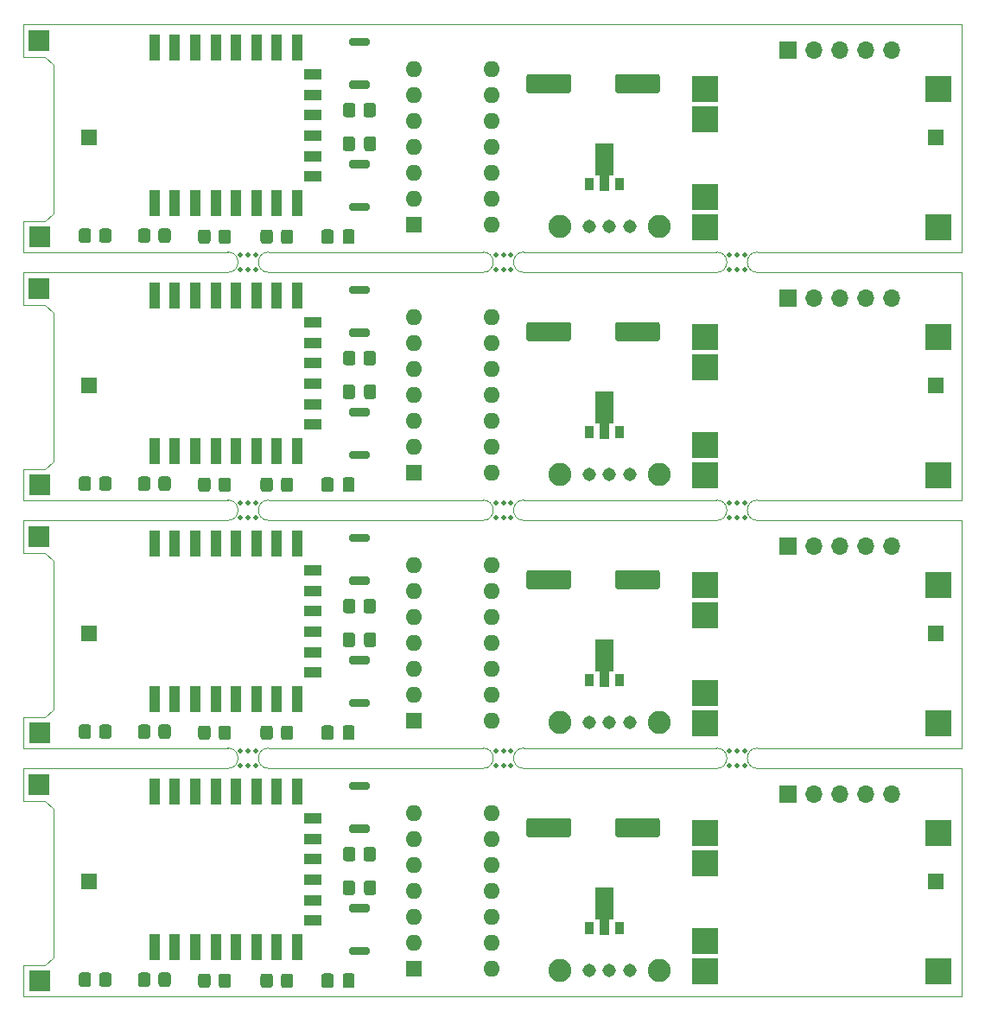
<source format=gbr>
%TF.GenerationSoftware,KiCad,Pcbnew,5.1.12-84ad8e8a86~92~ubuntu18.04.1*%
%TF.CreationDate,2021-11-12T09:30:33+01:00*%
%TF.ProjectId,window-sensor,77696e64-6f77-42d7-9365-6e736f722e6b,rev?*%
%TF.SameCoordinates,PX5dd7700PY8ec3da0*%
%TF.FileFunction,Soldermask,Top*%
%TF.FilePolarity,Negative*%
%FSLAX46Y46*%
G04 Gerber Fmt 4.6, Leading zero omitted, Abs format (unit mm)*
G04 Created by KiCad (PCBNEW 5.1.12-84ad8e8a86~92~ubuntu18.04.1) date 2021-11-12 09:30:33*
%MOMM*%
%LPD*%
G01*
G04 APERTURE LIST*
%TA.AperFunction,Profile*%
%ADD10C,0.050000*%
%TD*%
%ADD11C,2.250000*%
%ADD12C,1.308000*%
%ADD13C,0.500000*%
%ADD14O,1.600000X1.600000*%
%ADD15R,1.600000X1.600000*%
%ADD16R,1.700000X1.700000*%
%ADD17O,1.700000X1.700000*%
%ADD18R,1.500000X1.500000*%
%ADD19R,1.000000X2.500000*%
%ADD20R,1.800000X1.000000*%
%ADD21R,2.000000X2.000000*%
%ADD22R,0.900000X1.300000*%
%ADD23C,0.100000*%
%ADD24R,2.540000X2.540000*%
G04 APERTURE END LIST*
D10*
X74900000Y1800000D02*
X78900000Y1800000D01*
X52000000Y1800000D02*
X56000000Y1800000D01*
X27000000Y1800000D02*
X31000000Y1800000D01*
X74900000Y97000000D02*
X78900000Y97000000D01*
X52000000Y97000000D02*
X56000000Y97000000D01*
X27000000Y97000000D02*
X31000000Y97000000D01*
X9100000Y20900000D02*
X9900000Y20100000D01*
X9100000Y45200000D02*
X9900000Y44400000D01*
X9100000Y69500000D02*
X9900000Y68700000D01*
X27000000Y26100000D02*
G75*
G02*
X27000000Y24100000I0J-1000000D01*
G01*
X27000000Y50400000D02*
G75*
G02*
X27000000Y48400000I0J-1000000D01*
G01*
X52000000Y26100000D02*
G75*
G02*
X52000000Y24100000I0J-1000000D01*
G01*
X52000000Y50400000D02*
G75*
G02*
X52000000Y48400000I0J-1000000D01*
G01*
X78900000Y24100000D02*
G75*
G02*
X78900000Y26100000I0J1000000D01*
G01*
X78900000Y48400000D02*
G75*
G02*
X78900000Y50400000I0J1000000D01*
G01*
X56000000Y1800000D02*
X74900000Y1800000D01*
X56000000Y26100000D02*
X74900000Y26100000D01*
X56000000Y50400000D02*
X74900000Y50400000D01*
X7000000Y4800000D02*
X7000000Y1800000D01*
X7000000Y29100000D02*
X7000000Y26100000D01*
X7000000Y53400000D02*
X7000000Y50400000D01*
X74900000Y26100000D02*
G75*
G02*
X74900000Y24100000I0J-1000000D01*
G01*
X74900000Y50400000D02*
G75*
G02*
X74900000Y48400000I0J-1000000D01*
G01*
X56000000Y24100000D02*
G75*
G02*
X56000000Y26100000I0J1000000D01*
G01*
X56000000Y48400000D02*
G75*
G02*
X56000000Y50400000I0J1000000D01*
G01*
X31000000Y1800000D02*
X52000000Y1800000D01*
X31000000Y26100000D02*
X52000000Y26100000D01*
X31000000Y50400000D02*
X52000000Y50400000D01*
X9100000Y4800000D02*
X9900000Y5600000D01*
X9100000Y29100000D02*
X9900000Y29900000D01*
X9100000Y53400000D02*
X9900000Y54200000D01*
X31000000Y24100000D02*
X52000000Y24100000D01*
X31000000Y48400000D02*
X52000000Y48400000D01*
X31000000Y72700000D02*
X52000000Y72700000D01*
X9900000Y20100000D02*
X9900000Y5600000D01*
X9900000Y44400000D02*
X9900000Y29900000D01*
X9900000Y68700000D02*
X9900000Y54200000D01*
X31000000Y24100000D02*
G75*
G02*
X31000000Y26100000I0J1000000D01*
G01*
X31000000Y48400000D02*
G75*
G02*
X31000000Y50400000I0J1000000D01*
G01*
X98900000Y24100000D02*
X78900000Y24100000D01*
X98900000Y48400000D02*
X78900000Y48400000D01*
X98900000Y72700000D02*
X78900000Y72700000D01*
X98900000Y1800000D02*
X98900000Y24100000D01*
X98900000Y26100000D02*
X98900000Y48400000D01*
X98900000Y50400000D02*
X98900000Y72700000D01*
X9100000Y4800000D02*
X7000000Y4800000D01*
X9100000Y29100000D02*
X7000000Y29100000D01*
X9100000Y53400000D02*
X7000000Y53400000D01*
X7000000Y20900000D02*
X7000000Y24100000D01*
X7000000Y45200000D02*
X7000000Y48400000D01*
X7000000Y69500000D02*
X7000000Y72700000D01*
X98900000Y1800000D02*
X78900000Y1800000D01*
X98900000Y26100000D02*
X78900000Y26100000D01*
X98900000Y50400000D02*
X78900000Y50400000D01*
X7000000Y24100000D02*
X27000000Y24100000D01*
X7000000Y48400000D02*
X27000000Y48400000D01*
X7000000Y72700000D02*
X27000000Y72700000D01*
X7000000Y20900000D02*
X9100000Y20900000D01*
X7000000Y45200000D02*
X9100000Y45200000D01*
X7000000Y69500000D02*
X9100000Y69500000D01*
X74900000Y24100000D02*
X56000000Y24100000D01*
X74900000Y48400000D02*
X56000000Y48400000D01*
X74900000Y72700000D02*
X56000000Y72700000D01*
X7000000Y1800000D02*
X27000000Y1800000D01*
X7000000Y26100000D02*
X27000000Y26100000D01*
X7000000Y50400000D02*
X27000000Y50400000D01*
X27000000Y74700000D02*
G75*
G02*
X27000000Y72700000I0J-1000000D01*
G01*
X31000000Y72700000D02*
G75*
G02*
X31000000Y74700000I0J1000000D01*
G01*
X52000000Y74700000D02*
G75*
G02*
X52000000Y72700000I0J-1000000D01*
G01*
X56000000Y72700000D02*
G75*
G02*
X56000000Y74700000I0J1000000D01*
G01*
X74900000Y74700000D02*
G75*
G02*
X74900000Y72700000I0J-1000000D01*
G01*
X78900000Y72700000D02*
G75*
G02*
X78900000Y74700000I0J1000000D01*
G01*
X98900000Y74700000D02*
X78900000Y74700000D01*
X56000000Y74700000D02*
X74900000Y74700000D01*
X31000000Y74700000D02*
X52000000Y74700000D01*
X7000000Y74700000D02*
X27000000Y74700000D01*
X74900000Y97000000D02*
X56000000Y97000000D01*
X31000000Y97000000D02*
X52000000Y97000000D01*
X98900000Y97000000D02*
X78900000Y97000000D01*
X7000000Y97000000D02*
X27000000Y97000000D01*
X98900000Y74700000D02*
X98900000Y97000000D01*
X7000000Y77700000D02*
X7000000Y74700000D01*
X7000000Y93800000D02*
X7000000Y97000000D01*
X9100000Y93800000D02*
X9900000Y93000000D01*
X9100000Y77700000D02*
X9900000Y78500000D01*
X9100000Y77700000D02*
X7000000Y77700000D01*
X9900000Y93000000D02*
X9900000Y78500000D01*
X7000000Y93800000D02*
X9100000Y93800000D01*
D11*
%TO.C,S1*%
X59550000Y4300000D03*
X69250000Y4300000D03*
D12*
X62400000Y4300000D03*
X66400000Y4300000D03*
X64400000Y4300000D03*
%TD*%
D11*
%TO.C,S1*%
X59550000Y28600000D03*
X69250000Y28600000D03*
D12*
X62400000Y28600000D03*
X66400000Y28600000D03*
X64400000Y28600000D03*
%TD*%
D11*
%TO.C,S1*%
X59550000Y52900000D03*
X69250000Y52900000D03*
D12*
X62400000Y52900000D03*
X66400000Y52900000D03*
X64400000Y52900000D03*
%TD*%
%TO.C,10k-4*%
G36*
G01*
X41500000Y16150001D02*
X41500000Y15249999D01*
G75*
G02*
X41250001Y15000000I-249999J0D01*
G01*
X40549999Y15000000D01*
G75*
G02*
X40300000Y15249999I0J249999D01*
G01*
X40300000Y16150001D01*
G75*
G02*
X40549999Y16400000I249999J0D01*
G01*
X41250001Y16400000D01*
G75*
G02*
X41500000Y16150001I0J-249999D01*
G01*
G37*
G36*
G01*
X39500000Y16150001D02*
X39500000Y15249999D01*
G75*
G02*
X39250001Y15000000I-249999J0D01*
G01*
X38549999Y15000000D01*
G75*
G02*
X38300000Y15249999I0J249999D01*
G01*
X38300000Y16150001D01*
G75*
G02*
X38549999Y16400000I249999J0D01*
G01*
X39250001Y16400000D01*
G75*
G02*
X39500000Y16150001I0J-249999D01*
G01*
G37*
%TD*%
%TO.C,10k-4*%
G36*
G01*
X41500000Y40450001D02*
X41500000Y39549999D01*
G75*
G02*
X41250001Y39300000I-249999J0D01*
G01*
X40549999Y39300000D01*
G75*
G02*
X40300000Y39549999I0J249999D01*
G01*
X40300000Y40450001D01*
G75*
G02*
X40549999Y40700000I249999J0D01*
G01*
X41250001Y40700000D01*
G75*
G02*
X41500000Y40450001I0J-249999D01*
G01*
G37*
G36*
G01*
X39500000Y40450001D02*
X39500000Y39549999D01*
G75*
G02*
X39250001Y39300000I-249999J0D01*
G01*
X38549999Y39300000D01*
G75*
G02*
X38300000Y39549999I0J249999D01*
G01*
X38300000Y40450001D01*
G75*
G02*
X38549999Y40700000I249999J0D01*
G01*
X39250001Y40700000D01*
G75*
G02*
X39500000Y40450001I0J-249999D01*
G01*
G37*
%TD*%
%TO.C,10k-4*%
G36*
G01*
X41500000Y64750001D02*
X41500000Y63849999D01*
G75*
G02*
X41250001Y63600000I-249999J0D01*
G01*
X40549999Y63600000D01*
G75*
G02*
X40300000Y63849999I0J249999D01*
G01*
X40300000Y64750001D01*
G75*
G02*
X40549999Y65000000I249999J0D01*
G01*
X41250001Y65000000D01*
G75*
G02*
X41500000Y64750001I0J-249999D01*
G01*
G37*
G36*
G01*
X39500000Y64750001D02*
X39500000Y63849999D01*
G75*
G02*
X39250001Y63600000I-249999J0D01*
G01*
X38549999Y63600000D01*
G75*
G02*
X38300000Y63849999I0J249999D01*
G01*
X38300000Y64750001D01*
G75*
G02*
X38549999Y65000000I249999J0D01*
G01*
X39250001Y65000000D01*
G75*
G02*
X39500000Y64750001I0J-249999D01*
G01*
G37*
%TD*%
%TO.C,100nF-1*%
G36*
G01*
X36175000Y2825000D02*
X36175000Y3775000D01*
G75*
G02*
X36425000Y4025000I250000J0D01*
G01*
X37100000Y4025000D01*
G75*
G02*
X37350000Y3775000I0J-250000D01*
G01*
X37350000Y2825000D01*
G75*
G02*
X37100000Y2575000I-250000J0D01*
G01*
X36425000Y2575000D01*
G75*
G02*
X36175000Y2825000I0J250000D01*
G01*
G37*
G36*
G01*
X38250000Y2825000D02*
X38250000Y3775000D01*
G75*
G02*
X38500000Y4025000I250000J0D01*
G01*
X39175000Y4025000D01*
G75*
G02*
X39425000Y3775000I0J-250000D01*
G01*
X39425000Y2825000D01*
G75*
G02*
X39175000Y2575000I-250000J0D01*
G01*
X38500000Y2575000D01*
G75*
G02*
X38250000Y2825000I0J250000D01*
G01*
G37*
%TD*%
%TO.C,100nF-1*%
G36*
G01*
X36175000Y27125000D02*
X36175000Y28075000D01*
G75*
G02*
X36425000Y28325000I250000J0D01*
G01*
X37100000Y28325000D01*
G75*
G02*
X37350000Y28075000I0J-250000D01*
G01*
X37350000Y27125000D01*
G75*
G02*
X37100000Y26875000I-250000J0D01*
G01*
X36425000Y26875000D01*
G75*
G02*
X36175000Y27125000I0J250000D01*
G01*
G37*
G36*
G01*
X38250000Y27125000D02*
X38250000Y28075000D01*
G75*
G02*
X38500000Y28325000I250000J0D01*
G01*
X39175000Y28325000D01*
G75*
G02*
X39425000Y28075000I0J-250000D01*
G01*
X39425000Y27125000D01*
G75*
G02*
X39175000Y26875000I-250000J0D01*
G01*
X38500000Y26875000D01*
G75*
G02*
X38250000Y27125000I0J250000D01*
G01*
G37*
%TD*%
%TO.C,100nF-1*%
G36*
G01*
X36175000Y51425000D02*
X36175000Y52375000D01*
G75*
G02*
X36425000Y52625000I250000J0D01*
G01*
X37100000Y52625000D01*
G75*
G02*
X37350000Y52375000I0J-250000D01*
G01*
X37350000Y51425000D01*
G75*
G02*
X37100000Y51175000I-250000J0D01*
G01*
X36425000Y51175000D01*
G75*
G02*
X36175000Y51425000I0J250000D01*
G01*
G37*
G36*
G01*
X38250000Y51425000D02*
X38250000Y52375000D01*
G75*
G02*
X38500000Y52625000I250000J0D01*
G01*
X39175000Y52625000D01*
G75*
G02*
X39425000Y52375000I0J-250000D01*
G01*
X39425000Y51425000D01*
G75*
G02*
X39175000Y51175000I-250000J0D01*
G01*
X38500000Y51175000D01*
G75*
G02*
X38250000Y51425000I0J250000D01*
G01*
G37*
%TD*%
D13*
%TO.C,mouse-bite-2mm-slot*%
X76900000Y25850000D03*
X76900000Y24350000D03*
X77650000Y25850000D03*
X76150000Y25850000D03*
X76150000Y24350000D03*
X77650000Y24350000D03*
%TD*%
%TO.C,mouse-bite-2mm-slot*%
X76900000Y50150000D03*
X76900000Y48650000D03*
X77650000Y50150000D03*
X76150000Y50150000D03*
X76150000Y48650000D03*
X77650000Y48650000D03*
%TD*%
%TO.C,10k-1*%
G36*
G01*
X26100000Y2849999D02*
X26100000Y3750001D01*
G75*
G02*
X26349999Y4000000I249999J0D01*
G01*
X27050001Y4000000D01*
G75*
G02*
X27300000Y3750001I0J-249999D01*
G01*
X27300000Y2849999D01*
G75*
G02*
X27050001Y2600000I-249999J0D01*
G01*
X26349999Y2600000D01*
G75*
G02*
X26100000Y2849999I0J249999D01*
G01*
G37*
G36*
G01*
X24100000Y2849999D02*
X24100000Y3750001D01*
G75*
G02*
X24349999Y4000000I249999J0D01*
G01*
X25050001Y4000000D01*
G75*
G02*
X25300000Y3750001I0J-249999D01*
G01*
X25300000Y2849999D01*
G75*
G02*
X25050001Y2600000I-249999J0D01*
G01*
X24349999Y2600000D01*
G75*
G02*
X24100000Y2849999I0J249999D01*
G01*
G37*
%TD*%
%TO.C,10k-1*%
G36*
G01*
X26100000Y27149999D02*
X26100000Y28050001D01*
G75*
G02*
X26349999Y28300000I249999J0D01*
G01*
X27050001Y28300000D01*
G75*
G02*
X27300000Y28050001I0J-249999D01*
G01*
X27300000Y27149999D01*
G75*
G02*
X27050001Y26900000I-249999J0D01*
G01*
X26349999Y26900000D01*
G75*
G02*
X26100000Y27149999I0J249999D01*
G01*
G37*
G36*
G01*
X24100000Y27149999D02*
X24100000Y28050001D01*
G75*
G02*
X24349999Y28300000I249999J0D01*
G01*
X25050001Y28300000D01*
G75*
G02*
X25300000Y28050001I0J-249999D01*
G01*
X25300000Y27149999D01*
G75*
G02*
X25050001Y26900000I-249999J0D01*
G01*
X24349999Y26900000D01*
G75*
G02*
X24100000Y27149999I0J249999D01*
G01*
G37*
%TD*%
%TO.C,10k-1*%
G36*
G01*
X26100000Y51449999D02*
X26100000Y52350001D01*
G75*
G02*
X26349999Y52600000I249999J0D01*
G01*
X27050001Y52600000D01*
G75*
G02*
X27300000Y52350001I0J-249999D01*
G01*
X27300000Y51449999D01*
G75*
G02*
X27050001Y51200000I-249999J0D01*
G01*
X26349999Y51200000D01*
G75*
G02*
X26100000Y51449999I0J249999D01*
G01*
G37*
G36*
G01*
X24100000Y51449999D02*
X24100000Y52350001D01*
G75*
G02*
X24349999Y52600000I249999J0D01*
G01*
X25050001Y52600000D01*
G75*
G02*
X25300000Y52350001I0J-249999D01*
G01*
X25300000Y51449999D01*
G75*
G02*
X25050001Y51200000I-249999J0D01*
G01*
X24349999Y51200000D01*
G75*
G02*
X24100000Y51449999I0J249999D01*
G01*
G37*
%TD*%
%TO.C,10k-2*%
G36*
G01*
X31400000Y3750001D02*
X31400000Y2849999D01*
G75*
G02*
X31150001Y2600000I-249999J0D01*
G01*
X30449999Y2600000D01*
G75*
G02*
X30200000Y2849999I0J249999D01*
G01*
X30200000Y3750001D01*
G75*
G02*
X30449999Y4000000I249999J0D01*
G01*
X31150001Y4000000D01*
G75*
G02*
X31400000Y3750001I0J-249999D01*
G01*
G37*
G36*
G01*
X33400000Y3750001D02*
X33400000Y2849999D01*
G75*
G02*
X33150001Y2600000I-249999J0D01*
G01*
X32449999Y2600000D01*
G75*
G02*
X32200000Y2849999I0J249999D01*
G01*
X32200000Y3750001D01*
G75*
G02*
X32449999Y4000000I249999J0D01*
G01*
X33150001Y4000000D01*
G75*
G02*
X33400000Y3750001I0J-249999D01*
G01*
G37*
%TD*%
%TO.C,10k-2*%
G36*
G01*
X31400000Y28050001D02*
X31400000Y27149999D01*
G75*
G02*
X31150001Y26900000I-249999J0D01*
G01*
X30449999Y26900000D01*
G75*
G02*
X30200000Y27149999I0J249999D01*
G01*
X30200000Y28050001D01*
G75*
G02*
X30449999Y28300000I249999J0D01*
G01*
X31150001Y28300000D01*
G75*
G02*
X31400000Y28050001I0J-249999D01*
G01*
G37*
G36*
G01*
X33400000Y28050001D02*
X33400000Y27149999D01*
G75*
G02*
X33150001Y26900000I-249999J0D01*
G01*
X32449999Y26900000D01*
G75*
G02*
X32200000Y27149999I0J249999D01*
G01*
X32200000Y28050001D01*
G75*
G02*
X32449999Y28300000I249999J0D01*
G01*
X33150001Y28300000D01*
G75*
G02*
X33400000Y28050001I0J-249999D01*
G01*
G37*
%TD*%
%TO.C,10k-2*%
G36*
G01*
X31400000Y52350001D02*
X31400000Y51449999D01*
G75*
G02*
X31150001Y51200000I-249999J0D01*
G01*
X30449999Y51200000D01*
G75*
G02*
X30200000Y51449999I0J249999D01*
G01*
X30200000Y52350001D01*
G75*
G02*
X30449999Y52600000I249999J0D01*
G01*
X31150001Y52600000D01*
G75*
G02*
X31400000Y52350001I0J-249999D01*
G01*
G37*
G36*
G01*
X33400000Y52350001D02*
X33400000Y51449999D01*
G75*
G02*
X33150001Y51200000I-249999J0D01*
G01*
X32449999Y51200000D01*
G75*
G02*
X32200000Y51449999I0J249999D01*
G01*
X32200000Y52350001D01*
G75*
G02*
X32449999Y52600000I249999J0D01*
G01*
X33150001Y52600000D01*
G75*
G02*
X33400000Y52350001I0J-249999D01*
G01*
G37*
%TD*%
D14*
%TO.C,U3*%
X45200000Y19700000D03*
X52820000Y4460000D03*
X45200000Y17160000D03*
X52820000Y7000000D03*
X45200000Y14620000D03*
X52820000Y9540000D03*
X45200000Y12080000D03*
X52820000Y12080000D03*
X45200000Y9540000D03*
X52820000Y14620000D03*
X45200000Y7000000D03*
X52820000Y17160000D03*
D15*
X45200000Y4460000D03*
D14*
X52820000Y19700000D03*
%TD*%
%TO.C,U3*%
X45200000Y44000000D03*
X52820000Y28760000D03*
X45200000Y41460000D03*
X52820000Y31300000D03*
X45200000Y38920000D03*
X52820000Y33840000D03*
X45200000Y36380000D03*
X52820000Y36380000D03*
X45200000Y33840000D03*
X52820000Y38920000D03*
X45200000Y31300000D03*
X52820000Y41460000D03*
D15*
X45200000Y28760000D03*
D14*
X52820000Y44000000D03*
%TD*%
%TO.C,U3*%
X45200000Y68300000D03*
X52820000Y53060000D03*
X45200000Y65760000D03*
X52820000Y55600000D03*
X45200000Y63220000D03*
X52820000Y58140000D03*
X45200000Y60680000D03*
X52820000Y60680000D03*
X45200000Y58140000D03*
X52820000Y63220000D03*
X45200000Y55600000D03*
X52820000Y65760000D03*
D15*
X45200000Y53060000D03*
D14*
X52820000Y68300000D03*
%TD*%
D16*
%TO.C,J1*%
X81900000Y21600000D03*
D17*
X84440000Y21600000D03*
X86980000Y21600000D03*
X89520000Y21600000D03*
X92060000Y21600000D03*
%TD*%
D16*
%TO.C,J1*%
X81900000Y45900000D03*
D17*
X84440000Y45900000D03*
X86980000Y45900000D03*
X89520000Y45900000D03*
X92060000Y45900000D03*
%TD*%
D16*
%TO.C,J1*%
X81900000Y70200000D03*
D17*
X84440000Y70200000D03*
X86980000Y70200000D03*
X89520000Y70200000D03*
X92060000Y70200000D03*
%TD*%
D18*
%TO.C,3V7*%
X96400000Y13000000D03*
%TD*%
%TO.C,3V7*%
X96400000Y37300000D03*
%TD*%
%TO.C,3V7*%
X96400000Y61600000D03*
%TD*%
D19*
%TO.C,ESP-12E1*%
X19800000Y6600000D03*
X21800000Y6600000D03*
X23800000Y6600000D03*
X25800000Y6600000D03*
X27800000Y6600000D03*
X29800000Y6600000D03*
X31800000Y6600000D03*
X33800000Y6600000D03*
D20*
X35300000Y9200000D03*
X35300000Y11200000D03*
X35300000Y13200000D03*
X35300000Y15200000D03*
X35300000Y17200000D03*
X35300000Y19200000D03*
D19*
X33800000Y21800000D03*
X31800000Y21800000D03*
X29800000Y21800000D03*
X27800000Y21800000D03*
X25800000Y21800000D03*
X23800000Y21800000D03*
X21800000Y21800000D03*
X19800000Y21800000D03*
%TD*%
%TO.C,ESP-12E1*%
X19800000Y30900000D03*
X21800000Y30900000D03*
X23800000Y30900000D03*
X25800000Y30900000D03*
X27800000Y30900000D03*
X29800000Y30900000D03*
X31800000Y30900000D03*
X33800000Y30900000D03*
D20*
X35300000Y33500000D03*
X35300000Y35500000D03*
X35300000Y37500000D03*
X35300000Y39500000D03*
X35300000Y41500000D03*
X35300000Y43500000D03*
D19*
X33800000Y46100000D03*
X31800000Y46100000D03*
X29800000Y46100000D03*
X27800000Y46100000D03*
X25800000Y46100000D03*
X23800000Y46100000D03*
X21800000Y46100000D03*
X19800000Y46100000D03*
%TD*%
%TO.C,ESP-12E1*%
X19800000Y55200000D03*
X21800000Y55200000D03*
X23800000Y55200000D03*
X25800000Y55200000D03*
X27800000Y55200000D03*
X29800000Y55200000D03*
X31800000Y55200000D03*
X33800000Y55200000D03*
D20*
X35300000Y57800000D03*
X35300000Y59800000D03*
X35300000Y61800000D03*
X35300000Y63800000D03*
X35300000Y65800000D03*
X35300000Y67800000D03*
D19*
X33800000Y70400000D03*
X31800000Y70400000D03*
X29800000Y70400000D03*
X27800000Y70400000D03*
X25800000Y70400000D03*
X23800000Y70400000D03*
X21800000Y70400000D03*
X19800000Y70400000D03*
%TD*%
%TO.C,10k-3*%
G36*
G01*
X21400000Y3850001D02*
X21400000Y2949999D01*
G75*
G02*
X21150001Y2700000I-249999J0D01*
G01*
X20449999Y2700000D01*
G75*
G02*
X20200000Y2949999I0J249999D01*
G01*
X20200000Y3850001D01*
G75*
G02*
X20449999Y4100000I249999J0D01*
G01*
X21150001Y4100000D01*
G75*
G02*
X21400000Y3850001I0J-249999D01*
G01*
G37*
G36*
G01*
X19400000Y3850001D02*
X19400000Y2949999D01*
G75*
G02*
X19150001Y2700000I-249999J0D01*
G01*
X18449999Y2700000D01*
G75*
G02*
X18200000Y2949999I0J249999D01*
G01*
X18200000Y3850001D01*
G75*
G02*
X18449999Y4100000I249999J0D01*
G01*
X19150001Y4100000D01*
G75*
G02*
X19400000Y3850001I0J-249999D01*
G01*
G37*
%TD*%
%TO.C,10k-3*%
G36*
G01*
X21400000Y28150001D02*
X21400000Y27249999D01*
G75*
G02*
X21150001Y27000000I-249999J0D01*
G01*
X20449999Y27000000D01*
G75*
G02*
X20200000Y27249999I0J249999D01*
G01*
X20200000Y28150001D01*
G75*
G02*
X20449999Y28400000I249999J0D01*
G01*
X21150001Y28400000D01*
G75*
G02*
X21400000Y28150001I0J-249999D01*
G01*
G37*
G36*
G01*
X19400000Y28150001D02*
X19400000Y27249999D01*
G75*
G02*
X19150001Y27000000I-249999J0D01*
G01*
X18449999Y27000000D01*
G75*
G02*
X18200000Y27249999I0J249999D01*
G01*
X18200000Y28150001D01*
G75*
G02*
X18449999Y28400000I249999J0D01*
G01*
X19150001Y28400000D01*
G75*
G02*
X19400000Y28150001I0J-249999D01*
G01*
G37*
%TD*%
%TO.C,10k-3*%
G36*
G01*
X21400000Y52450001D02*
X21400000Y51549999D01*
G75*
G02*
X21150001Y51300000I-249999J0D01*
G01*
X20449999Y51300000D01*
G75*
G02*
X20200000Y51549999I0J249999D01*
G01*
X20200000Y52450001D01*
G75*
G02*
X20449999Y52700000I249999J0D01*
G01*
X21150001Y52700000D01*
G75*
G02*
X21400000Y52450001I0J-249999D01*
G01*
G37*
G36*
G01*
X19400000Y52450001D02*
X19400000Y51549999D01*
G75*
G02*
X19150001Y51300000I-249999J0D01*
G01*
X18449999Y51300000D01*
G75*
G02*
X18200000Y51549999I0J249999D01*
G01*
X18200000Y52450001D01*
G75*
G02*
X18449999Y52700000I249999J0D01*
G01*
X19150001Y52700000D01*
G75*
G02*
X19400000Y52450001I0J-249999D01*
G01*
G37*
%TD*%
D21*
%TO.C,REED1*%
X8500000Y22520000D03*
X8600000Y3300000D03*
%TD*%
%TO.C,REED1*%
X8500000Y46820000D03*
X8600000Y27600000D03*
%TD*%
%TO.C,REED1*%
X8500000Y71120000D03*
X8600000Y51900000D03*
%TD*%
D18*
%TO.C,GND*%
X13400000Y13000000D03*
%TD*%
%TO.C,GND*%
X13400000Y37300000D03*
%TD*%
%TO.C,GND*%
X13400000Y61600000D03*
%TD*%
D22*
%TO.C,HT7333*%
X62400000Y8450000D03*
X65400000Y8450000D03*
D23*
G36*
X64766500Y12400000D02*
G01*
X64766500Y9275000D01*
X64350000Y9275000D01*
X64350000Y7800000D01*
X63450000Y7800000D01*
X63450000Y9275000D01*
X63033500Y9275000D01*
X63033500Y12400000D01*
X64766500Y12400000D01*
G37*
%TD*%
D22*
%TO.C,HT7333*%
X62400000Y32750000D03*
X65400000Y32750000D03*
D23*
G36*
X64766500Y36700000D02*
G01*
X64766500Y33575000D01*
X64350000Y33575000D01*
X64350000Y32100000D01*
X63450000Y32100000D01*
X63450000Y33575000D01*
X63033500Y33575000D01*
X63033500Y36700000D01*
X64766500Y36700000D01*
G37*
%TD*%
D22*
%TO.C,HT7333*%
X62400000Y57050000D03*
X65400000Y57050000D03*
D23*
G36*
X64766500Y61000000D02*
G01*
X64766500Y57875000D01*
X64350000Y57875000D01*
X64350000Y56400000D01*
X63450000Y56400000D01*
X63450000Y57875000D01*
X63033500Y57875000D01*
X63033500Y61000000D01*
X64766500Y61000000D01*
G37*
%TD*%
D13*
%TO.C,mouse-bite-2mm-slot*%
X54000000Y25850000D03*
X54000000Y24350000D03*
X54750000Y25850000D03*
X53250000Y25850000D03*
X53250000Y24350000D03*
X54750000Y24350000D03*
%TD*%
%TO.C,mouse-bite-2mm-slot*%
X54000000Y50150000D03*
X54000000Y48650000D03*
X54750000Y50150000D03*
X53250000Y50150000D03*
X53250000Y48650000D03*
X54750000Y48650000D03*
%TD*%
%TO.C,1M-1*%
G36*
G01*
X14400000Y2949999D02*
X14400000Y3850001D01*
G75*
G02*
X14649999Y4100000I249999J0D01*
G01*
X15350001Y4100000D01*
G75*
G02*
X15600000Y3850001I0J-249999D01*
G01*
X15600000Y2949999D01*
G75*
G02*
X15350001Y2700000I-249999J0D01*
G01*
X14649999Y2700000D01*
G75*
G02*
X14400000Y2949999I0J249999D01*
G01*
G37*
G36*
G01*
X12400000Y2949999D02*
X12400000Y3850001D01*
G75*
G02*
X12649999Y4100000I249999J0D01*
G01*
X13350001Y4100000D01*
G75*
G02*
X13600000Y3850001I0J-249999D01*
G01*
X13600000Y2949999D01*
G75*
G02*
X13350001Y2700000I-249999J0D01*
G01*
X12649999Y2700000D01*
G75*
G02*
X12400000Y2949999I0J249999D01*
G01*
G37*
%TD*%
%TO.C,1M-1*%
G36*
G01*
X14400000Y27249999D02*
X14400000Y28150001D01*
G75*
G02*
X14649999Y28400000I249999J0D01*
G01*
X15350001Y28400000D01*
G75*
G02*
X15600000Y28150001I0J-249999D01*
G01*
X15600000Y27249999D01*
G75*
G02*
X15350001Y27000000I-249999J0D01*
G01*
X14649999Y27000000D01*
G75*
G02*
X14400000Y27249999I0J249999D01*
G01*
G37*
G36*
G01*
X12400000Y27249999D02*
X12400000Y28150001D01*
G75*
G02*
X12649999Y28400000I249999J0D01*
G01*
X13350001Y28400000D01*
G75*
G02*
X13600000Y28150001I0J-249999D01*
G01*
X13600000Y27249999D01*
G75*
G02*
X13350001Y27000000I-249999J0D01*
G01*
X12649999Y27000000D01*
G75*
G02*
X12400000Y27249999I0J249999D01*
G01*
G37*
%TD*%
%TO.C,1M-1*%
G36*
G01*
X14400000Y51549999D02*
X14400000Y52450001D01*
G75*
G02*
X14649999Y52700000I249999J0D01*
G01*
X15350001Y52700000D01*
G75*
G02*
X15600000Y52450001I0J-249999D01*
G01*
X15600000Y51549999D01*
G75*
G02*
X15350001Y51300000I-249999J0D01*
G01*
X14649999Y51300000D01*
G75*
G02*
X14400000Y51549999I0J249999D01*
G01*
G37*
G36*
G01*
X12400000Y51549999D02*
X12400000Y52450001D01*
G75*
G02*
X12649999Y52700000I249999J0D01*
G01*
X13350001Y52700000D01*
G75*
G02*
X13600000Y52450001I0J-249999D01*
G01*
X13600000Y51549999D01*
G75*
G02*
X13350001Y51300000I-249999J0D01*
G01*
X12649999Y51300000D01*
G75*
G02*
X12400000Y51549999I0J249999D01*
G01*
G37*
%TD*%
%TO.C,mouse-bite-2mm-slot*%
X29000000Y25850000D03*
X29000000Y24350000D03*
X29750000Y25850000D03*
X28250000Y25850000D03*
X28250000Y24350000D03*
X29750000Y24350000D03*
%TD*%
%TO.C,mouse-bite-2mm-slot*%
X29000000Y50150000D03*
X29000000Y48650000D03*
X29750000Y50150000D03*
X28250000Y50150000D03*
X28250000Y48650000D03*
X29750000Y48650000D03*
%TD*%
%TO.C,FLASH1*%
G36*
G01*
X40700000Y10000000D02*
X39100000Y10000000D01*
G75*
G02*
X38900000Y10200000I0J200000D01*
G01*
X38900000Y10600000D01*
G75*
G02*
X39100000Y10800000I200000J0D01*
G01*
X40700000Y10800000D01*
G75*
G02*
X40900000Y10600000I0J-200000D01*
G01*
X40900000Y10200000D01*
G75*
G02*
X40700000Y10000000I-200000J0D01*
G01*
G37*
G36*
G01*
X40700000Y5800000D02*
X39100000Y5800000D01*
G75*
G02*
X38900000Y6000000I0J200000D01*
G01*
X38900000Y6400000D01*
G75*
G02*
X39100000Y6600000I200000J0D01*
G01*
X40700000Y6600000D01*
G75*
G02*
X40900000Y6400000I0J-200000D01*
G01*
X40900000Y6000000D01*
G75*
G02*
X40700000Y5800000I-200000J0D01*
G01*
G37*
%TD*%
%TO.C,FLASH1*%
G36*
G01*
X40700000Y34300000D02*
X39100000Y34300000D01*
G75*
G02*
X38900000Y34500000I0J200000D01*
G01*
X38900000Y34900000D01*
G75*
G02*
X39100000Y35100000I200000J0D01*
G01*
X40700000Y35100000D01*
G75*
G02*
X40900000Y34900000I0J-200000D01*
G01*
X40900000Y34500000D01*
G75*
G02*
X40700000Y34300000I-200000J0D01*
G01*
G37*
G36*
G01*
X40700000Y30100000D02*
X39100000Y30100000D01*
G75*
G02*
X38900000Y30300000I0J200000D01*
G01*
X38900000Y30700000D01*
G75*
G02*
X39100000Y30900000I200000J0D01*
G01*
X40700000Y30900000D01*
G75*
G02*
X40900000Y30700000I0J-200000D01*
G01*
X40900000Y30300000D01*
G75*
G02*
X40700000Y30100000I-200000J0D01*
G01*
G37*
%TD*%
%TO.C,FLASH1*%
G36*
G01*
X40700000Y58600000D02*
X39100000Y58600000D01*
G75*
G02*
X38900000Y58800000I0J200000D01*
G01*
X38900000Y59200000D01*
G75*
G02*
X39100000Y59400000I200000J0D01*
G01*
X40700000Y59400000D01*
G75*
G02*
X40900000Y59200000I0J-200000D01*
G01*
X40900000Y58800000D01*
G75*
G02*
X40700000Y58600000I-200000J0D01*
G01*
G37*
G36*
G01*
X40700000Y54400000D02*
X39100000Y54400000D01*
G75*
G02*
X38900000Y54600000I0J200000D01*
G01*
X38900000Y55000000D01*
G75*
G02*
X39100000Y55200000I200000J0D01*
G01*
X40700000Y55200000D01*
G75*
G02*
X40900000Y55000000I0J-200000D01*
G01*
X40900000Y54600000D01*
G75*
G02*
X40700000Y54400000I-200000J0D01*
G01*
G37*
%TD*%
D24*
%TO.C,TP4056*%
X73800000Y17800000D03*
X73800000Y14800000D03*
X73800000Y7200000D03*
X73800000Y4200000D03*
X96600000Y17800000D03*
X96600000Y4200000D03*
%TD*%
%TO.C,TP4056*%
X73800000Y42100000D03*
X73800000Y39100000D03*
X73800000Y31500000D03*
X73800000Y28500000D03*
X96600000Y42100000D03*
X96600000Y28500000D03*
%TD*%
%TO.C,TP4056*%
X73800000Y66400000D03*
X73800000Y63400000D03*
X73800000Y55800000D03*
X73800000Y52800000D03*
X96600000Y66400000D03*
X96600000Y52800000D03*
%TD*%
%TO.C,RESET1*%
G36*
G01*
X40700000Y22000000D02*
X39100000Y22000000D01*
G75*
G02*
X38900000Y22200000I0J200000D01*
G01*
X38900000Y22600000D01*
G75*
G02*
X39100000Y22800000I200000J0D01*
G01*
X40700000Y22800000D01*
G75*
G02*
X40900000Y22600000I0J-200000D01*
G01*
X40900000Y22200000D01*
G75*
G02*
X40700000Y22000000I-200000J0D01*
G01*
G37*
G36*
G01*
X40700000Y17800000D02*
X39100000Y17800000D01*
G75*
G02*
X38900000Y18000000I0J200000D01*
G01*
X38900000Y18400000D01*
G75*
G02*
X39100000Y18600000I200000J0D01*
G01*
X40700000Y18600000D01*
G75*
G02*
X40900000Y18400000I0J-200000D01*
G01*
X40900000Y18000000D01*
G75*
G02*
X40700000Y17800000I-200000J0D01*
G01*
G37*
%TD*%
%TO.C,RESET1*%
G36*
G01*
X40700000Y46300000D02*
X39100000Y46300000D01*
G75*
G02*
X38900000Y46500000I0J200000D01*
G01*
X38900000Y46900000D01*
G75*
G02*
X39100000Y47100000I200000J0D01*
G01*
X40700000Y47100000D01*
G75*
G02*
X40900000Y46900000I0J-200000D01*
G01*
X40900000Y46500000D01*
G75*
G02*
X40700000Y46300000I-200000J0D01*
G01*
G37*
G36*
G01*
X40700000Y42100000D02*
X39100000Y42100000D01*
G75*
G02*
X38900000Y42300000I0J200000D01*
G01*
X38900000Y42700000D01*
G75*
G02*
X39100000Y42900000I200000J0D01*
G01*
X40700000Y42900000D01*
G75*
G02*
X40900000Y42700000I0J-200000D01*
G01*
X40900000Y42300000D01*
G75*
G02*
X40700000Y42100000I-200000J0D01*
G01*
G37*
%TD*%
%TO.C,RESET1*%
G36*
G01*
X40700000Y70600000D02*
X39100000Y70600000D01*
G75*
G02*
X38900000Y70800000I0J200000D01*
G01*
X38900000Y71200000D01*
G75*
G02*
X39100000Y71400000I200000J0D01*
G01*
X40700000Y71400000D01*
G75*
G02*
X40900000Y71200000I0J-200000D01*
G01*
X40900000Y70800000D01*
G75*
G02*
X40700000Y70600000I-200000J0D01*
G01*
G37*
G36*
G01*
X40700000Y66400000D02*
X39100000Y66400000D01*
G75*
G02*
X38900000Y66600000I0J200000D01*
G01*
X38900000Y67000000D01*
G75*
G02*
X39100000Y67200000I200000J0D01*
G01*
X40700000Y67200000D01*
G75*
G02*
X40900000Y67000000I0J-200000D01*
G01*
X40900000Y66600000D01*
G75*
G02*
X40700000Y66400000I-200000J0D01*
G01*
G37*
%TD*%
%TO.C,1000uF-1*%
G36*
G01*
X69350000Y19000003D02*
X69350000Y17599997D01*
G75*
G02*
X69100003Y17350000I-249997J0D01*
G01*
X65199997Y17350000D01*
G75*
G02*
X64950000Y17599997I0J249997D01*
G01*
X64950000Y19000003D01*
G75*
G02*
X65199997Y19250000I249997J0D01*
G01*
X69100003Y19250000D01*
G75*
G02*
X69350000Y19000003I0J-249997D01*
G01*
G37*
G36*
G01*
X60650000Y19000003D02*
X60650000Y17599997D01*
G75*
G02*
X60400003Y17350000I-249997J0D01*
G01*
X56499997Y17350000D01*
G75*
G02*
X56250000Y17599997I0J249997D01*
G01*
X56250000Y19000003D01*
G75*
G02*
X56499997Y19250000I249997J0D01*
G01*
X60400003Y19250000D01*
G75*
G02*
X60650000Y19000003I0J-249997D01*
G01*
G37*
%TD*%
%TO.C,1000uF-1*%
G36*
G01*
X69350000Y43300003D02*
X69350000Y41899997D01*
G75*
G02*
X69100003Y41650000I-249997J0D01*
G01*
X65199997Y41650000D01*
G75*
G02*
X64950000Y41899997I0J249997D01*
G01*
X64950000Y43300003D01*
G75*
G02*
X65199997Y43550000I249997J0D01*
G01*
X69100003Y43550000D01*
G75*
G02*
X69350000Y43300003I0J-249997D01*
G01*
G37*
G36*
G01*
X60650000Y43300003D02*
X60650000Y41899997D01*
G75*
G02*
X60400003Y41650000I-249997J0D01*
G01*
X56499997Y41650000D01*
G75*
G02*
X56250000Y41899997I0J249997D01*
G01*
X56250000Y43300003D01*
G75*
G02*
X56499997Y43550000I249997J0D01*
G01*
X60400003Y43550000D01*
G75*
G02*
X60650000Y43300003I0J-249997D01*
G01*
G37*
%TD*%
%TO.C,1000uF-1*%
G36*
G01*
X69350000Y67600003D02*
X69350000Y66199997D01*
G75*
G02*
X69100003Y65950000I-249997J0D01*
G01*
X65199997Y65950000D01*
G75*
G02*
X64950000Y66199997I0J249997D01*
G01*
X64950000Y67600003D01*
G75*
G02*
X65199997Y67850000I249997J0D01*
G01*
X69100003Y67850000D01*
G75*
G02*
X69350000Y67600003I0J-249997D01*
G01*
G37*
G36*
G01*
X60650000Y67600003D02*
X60650000Y66199997D01*
G75*
G02*
X60400003Y65950000I-249997J0D01*
G01*
X56499997Y65950000D01*
G75*
G02*
X56250000Y66199997I0J249997D01*
G01*
X56250000Y67600003D01*
G75*
G02*
X56499997Y67850000I249997J0D01*
G01*
X60400003Y67850000D01*
G75*
G02*
X60650000Y67600003I0J-249997D01*
G01*
G37*
%TD*%
%TO.C,100nF-2*%
G36*
G01*
X40350000Y11925000D02*
X40350000Y12875000D01*
G75*
G02*
X40600000Y13125000I250000J0D01*
G01*
X41275000Y13125000D01*
G75*
G02*
X41525000Y12875000I0J-250000D01*
G01*
X41525000Y11925000D01*
G75*
G02*
X41275000Y11675000I-250000J0D01*
G01*
X40600000Y11675000D01*
G75*
G02*
X40350000Y11925000I0J250000D01*
G01*
G37*
G36*
G01*
X38275000Y11925000D02*
X38275000Y12875000D01*
G75*
G02*
X38525000Y13125000I250000J0D01*
G01*
X39200000Y13125000D01*
G75*
G02*
X39450000Y12875000I0J-250000D01*
G01*
X39450000Y11925000D01*
G75*
G02*
X39200000Y11675000I-250000J0D01*
G01*
X38525000Y11675000D01*
G75*
G02*
X38275000Y11925000I0J250000D01*
G01*
G37*
%TD*%
%TO.C,100nF-2*%
G36*
G01*
X40350000Y36225000D02*
X40350000Y37175000D01*
G75*
G02*
X40600000Y37425000I250000J0D01*
G01*
X41275000Y37425000D01*
G75*
G02*
X41525000Y37175000I0J-250000D01*
G01*
X41525000Y36225000D01*
G75*
G02*
X41275000Y35975000I-250000J0D01*
G01*
X40600000Y35975000D01*
G75*
G02*
X40350000Y36225000I0J250000D01*
G01*
G37*
G36*
G01*
X38275000Y36225000D02*
X38275000Y37175000D01*
G75*
G02*
X38525000Y37425000I250000J0D01*
G01*
X39200000Y37425000D01*
G75*
G02*
X39450000Y37175000I0J-250000D01*
G01*
X39450000Y36225000D01*
G75*
G02*
X39200000Y35975000I-250000J0D01*
G01*
X38525000Y35975000D01*
G75*
G02*
X38275000Y36225000I0J250000D01*
G01*
G37*
%TD*%
%TO.C,100nF-2*%
G36*
G01*
X40350000Y60525000D02*
X40350000Y61475000D01*
G75*
G02*
X40600000Y61725000I250000J0D01*
G01*
X41275000Y61725000D01*
G75*
G02*
X41525000Y61475000I0J-250000D01*
G01*
X41525000Y60525000D01*
G75*
G02*
X41275000Y60275000I-250000J0D01*
G01*
X40600000Y60275000D01*
G75*
G02*
X40350000Y60525000I0J250000D01*
G01*
G37*
G36*
G01*
X38275000Y60525000D02*
X38275000Y61475000D01*
G75*
G02*
X38525000Y61725000I250000J0D01*
G01*
X39200000Y61725000D01*
G75*
G02*
X39450000Y61475000I0J-250000D01*
G01*
X39450000Y60525000D01*
G75*
G02*
X39200000Y60275000I-250000J0D01*
G01*
X38525000Y60275000D01*
G75*
G02*
X38275000Y60525000I0J250000D01*
G01*
G37*
%TD*%
D13*
%TO.C,mouse-bite-2mm-slot*%
X77650000Y72950000D03*
X76150000Y72950000D03*
X76150000Y74450000D03*
X77650000Y74450000D03*
X76900000Y72950000D03*
X76900000Y74450000D03*
%TD*%
%TO.C,mouse-bite-2mm-slot*%
X54750000Y72950000D03*
X53250000Y72950000D03*
X53250000Y74450000D03*
X54750000Y74450000D03*
X54000000Y72950000D03*
X54000000Y74450000D03*
%TD*%
%TO.C,mouse-bite-2mm-slot*%
X29750000Y72950000D03*
X28250000Y72950000D03*
X28250000Y74450000D03*
X29750000Y74450000D03*
X29000000Y72950000D03*
X29000000Y74450000D03*
%TD*%
D18*
%TO.C,GND*%
X13400000Y85900000D03*
%TD*%
%TO.C,3V7*%
X96400000Y85900000D03*
%TD*%
D24*
%TO.C,TP4056*%
X96600000Y77100000D03*
X96600000Y90700000D03*
X73800000Y77100000D03*
X73800000Y80100000D03*
X73800000Y87700000D03*
X73800000Y90700000D03*
%TD*%
D14*
%TO.C,U3*%
X52820000Y92600000D03*
D15*
X45200000Y77360000D03*
D14*
X52820000Y90060000D03*
X45200000Y79900000D03*
X52820000Y87520000D03*
X45200000Y82440000D03*
X52820000Y84980000D03*
X45200000Y84980000D03*
X52820000Y82440000D03*
X45200000Y87520000D03*
X52820000Y79900000D03*
X45200000Y90060000D03*
X52820000Y77360000D03*
X45200000Y92600000D03*
%TD*%
D17*
%TO.C,J1*%
X92060000Y94500000D03*
X89520000Y94500000D03*
X86980000Y94500000D03*
X84440000Y94500000D03*
D16*
X81900000Y94500000D03*
%TD*%
%TO.C,100nF-1*%
G36*
G01*
X38250000Y75725000D02*
X38250000Y76675000D01*
G75*
G02*
X38500000Y76925000I250000J0D01*
G01*
X39175000Y76925000D01*
G75*
G02*
X39425000Y76675000I0J-250000D01*
G01*
X39425000Y75725000D01*
G75*
G02*
X39175000Y75475000I-250000J0D01*
G01*
X38500000Y75475000D01*
G75*
G02*
X38250000Y75725000I0J250000D01*
G01*
G37*
G36*
G01*
X36175000Y75725000D02*
X36175000Y76675000D01*
G75*
G02*
X36425000Y76925000I250000J0D01*
G01*
X37100000Y76925000D01*
G75*
G02*
X37350000Y76675000I0J-250000D01*
G01*
X37350000Y75725000D01*
G75*
G02*
X37100000Y75475000I-250000J0D01*
G01*
X36425000Y75475000D01*
G75*
G02*
X36175000Y75725000I0J250000D01*
G01*
G37*
%TD*%
D19*
%TO.C,ESP-12E1*%
X19800000Y94700000D03*
X21800000Y94700000D03*
X23800000Y94700000D03*
X25800000Y94700000D03*
X27800000Y94700000D03*
X29800000Y94700000D03*
X31800000Y94700000D03*
X33800000Y94700000D03*
D20*
X35300000Y92100000D03*
X35300000Y90100000D03*
X35300000Y88100000D03*
X35300000Y86100000D03*
X35300000Y84100000D03*
X35300000Y82100000D03*
D19*
X33800000Y79500000D03*
X31800000Y79500000D03*
X29800000Y79500000D03*
X27800000Y79500000D03*
X25800000Y79500000D03*
X23800000Y79500000D03*
X21800000Y79500000D03*
X19800000Y79500000D03*
%TD*%
%TO.C,10k-3*%
G36*
G01*
X19400000Y76750001D02*
X19400000Y75849999D01*
G75*
G02*
X19150001Y75600000I-249999J0D01*
G01*
X18449999Y75600000D01*
G75*
G02*
X18200000Y75849999I0J249999D01*
G01*
X18200000Y76750001D01*
G75*
G02*
X18449999Y77000000I249999J0D01*
G01*
X19150001Y77000000D01*
G75*
G02*
X19400000Y76750001I0J-249999D01*
G01*
G37*
G36*
G01*
X21400000Y76750001D02*
X21400000Y75849999D01*
G75*
G02*
X21150001Y75600000I-249999J0D01*
G01*
X20449999Y75600000D01*
G75*
G02*
X20200000Y75849999I0J249999D01*
G01*
X20200000Y76750001D01*
G75*
G02*
X20449999Y77000000I249999J0D01*
G01*
X21150001Y77000000D01*
G75*
G02*
X21400000Y76750001I0J-249999D01*
G01*
G37*
%TD*%
%TO.C,FLASH1*%
G36*
G01*
X40700000Y78700000D02*
X39100000Y78700000D01*
G75*
G02*
X38900000Y78900000I0J200000D01*
G01*
X38900000Y79300000D01*
G75*
G02*
X39100000Y79500000I200000J0D01*
G01*
X40700000Y79500000D01*
G75*
G02*
X40900000Y79300000I0J-200000D01*
G01*
X40900000Y78900000D01*
G75*
G02*
X40700000Y78700000I-200000J0D01*
G01*
G37*
G36*
G01*
X40700000Y82900000D02*
X39100000Y82900000D01*
G75*
G02*
X38900000Y83100000I0J200000D01*
G01*
X38900000Y83500000D01*
G75*
G02*
X39100000Y83700000I200000J0D01*
G01*
X40700000Y83700000D01*
G75*
G02*
X40900000Y83500000I0J-200000D01*
G01*
X40900000Y83100000D01*
G75*
G02*
X40700000Y82900000I-200000J0D01*
G01*
G37*
%TD*%
%TO.C,RESET1*%
G36*
G01*
X40700000Y90700000D02*
X39100000Y90700000D01*
G75*
G02*
X38900000Y90900000I0J200000D01*
G01*
X38900000Y91300000D01*
G75*
G02*
X39100000Y91500000I200000J0D01*
G01*
X40700000Y91500000D01*
G75*
G02*
X40900000Y91300000I0J-200000D01*
G01*
X40900000Y90900000D01*
G75*
G02*
X40700000Y90700000I-200000J0D01*
G01*
G37*
G36*
G01*
X40700000Y94900000D02*
X39100000Y94900000D01*
G75*
G02*
X38900000Y95100000I0J200000D01*
G01*
X38900000Y95500000D01*
G75*
G02*
X39100000Y95700000I200000J0D01*
G01*
X40700000Y95700000D01*
G75*
G02*
X40900000Y95500000I0J-200000D01*
G01*
X40900000Y95100000D01*
G75*
G02*
X40700000Y94900000I-200000J0D01*
G01*
G37*
%TD*%
D21*
%TO.C,REED1*%
X8600000Y76200000D03*
X8500000Y95420000D03*
%TD*%
%TO.C,10k-2*%
G36*
G01*
X33400000Y76650001D02*
X33400000Y75749999D01*
G75*
G02*
X33150001Y75500000I-249999J0D01*
G01*
X32449999Y75500000D01*
G75*
G02*
X32200000Y75749999I0J249999D01*
G01*
X32200000Y76650001D01*
G75*
G02*
X32449999Y76900000I249999J0D01*
G01*
X33150001Y76900000D01*
G75*
G02*
X33400000Y76650001I0J-249999D01*
G01*
G37*
G36*
G01*
X31400000Y76650001D02*
X31400000Y75749999D01*
G75*
G02*
X31150001Y75500000I-249999J0D01*
G01*
X30449999Y75500000D01*
G75*
G02*
X30200000Y75749999I0J249999D01*
G01*
X30200000Y76650001D01*
G75*
G02*
X30449999Y76900000I249999J0D01*
G01*
X31150001Y76900000D01*
G75*
G02*
X31400000Y76650001I0J-249999D01*
G01*
G37*
%TD*%
%TO.C,10k-1*%
G36*
G01*
X24100000Y75749999D02*
X24100000Y76650001D01*
G75*
G02*
X24349999Y76900000I249999J0D01*
G01*
X25050001Y76900000D01*
G75*
G02*
X25300000Y76650001I0J-249999D01*
G01*
X25300000Y75749999D01*
G75*
G02*
X25050001Y75500000I-249999J0D01*
G01*
X24349999Y75500000D01*
G75*
G02*
X24100000Y75749999I0J249999D01*
G01*
G37*
G36*
G01*
X26100000Y75749999D02*
X26100000Y76650001D01*
G75*
G02*
X26349999Y76900000I249999J0D01*
G01*
X27050001Y76900000D01*
G75*
G02*
X27300000Y76650001I0J-249999D01*
G01*
X27300000Y75749999D01*
G75*
G02*
X27050001Y75500000I-249999J0D01*
G01*
X26349999Y75500000D01*
G75*
G02*
X26100000Y75749999I0J249999D01*
G01*
G37*
%TD*%
%TO.C,1M-1*%
G36*
G01*
X12400000Y75849999D02*
X12400000Y76750001D01*
G75*
G02*
X12649999Y77000000I249999J0D01*
G01*
X13350001Y77000000D01*
G75*
G02*
X13600000Y76750001I0J-249999D01*
G01*
X13600000Y75849999D01*
G75*
G02*
X13350001Y75600000I-249999J0D01*
G01*
X12649999Y75600000D01*
G75*
G02*
X12400000Y75849999I0J249999D01*
G01*
G37*
G36*
G01*
X14400000Y75849999D02*
X14400000Y76750001D01*
G75*
G02*
X14649999Y77000000I249999J0D01*
G01*
X15350001Y77000000D01*
G75*
G02*
X15600000Y76750001I0J-249999D01*
G01*
X15600000Y75849999D01*
G75*
G02*
X15350001Y75600000I-249999J0D01*
G01*
X14649999Y75600000D01*
G75*
G02*
X14400000Y75849999I0J249999D01*
G01*
G37*
%TD*%
D23*
%TO.C,HT7333*%
G36*
X64766500Y85300000D02*
G01*
X64766500Y82175000D01*
X64350000Y82175000D01*
X64350000Y80700000D01*
X63450000Y80700000D01*
X63450000Y82175000D01*
X63033500Y82175000D01*
X63033500Y85300000D01*
X64766500Y85300000D01*
G37*
D22*
X65400000Y81350000D03*
X62400000Y81350000D03*
%TD*%
%TO.C,10k-4*%
G36*
G01*
X39500000Y89050001D02*
X39500000Y88149999D01*
G75*
G02*
X39250001Y87900000I-249999J0D01*
G01*
X38549999Y87900000D01*
G75*
G02*
X38300000Y88149999I0J249999D01*
G01*
X38300000Y89050001D01*
G75*
G02*
X38549999Y89300000I249999J0D01*
G01*
X39250001Y89300000D01*
G75*
G02*
X39500000Y89050001I0J-249999D01*
G01*
G37*
G36*
G01*
X41500000Y89050001D02*
X41500000Y88149999D01*
G75*
G02*
X41250001Y87900000I-249999J0D01*
G01*
X40549999Y87900000D01*
G75*
G02*
X40300000Y88149999I0J249999D01*
G01*
X40300000Y89050001D01*
G75*
G02*
X40549999Y89300000I249999J0D01*
G01*
X41250001Y89300000D01*
G75*
G02*
X41500000Y89050001I0J-249999D01*
G01*
G37*
%TD*%
%TO.C,100nF-2*%
G36*
G01*
X38275000Y84825000D02*
X38275000Y85775000D01*
G75*
G02*
X38525000Y86025000I250000J0D01*
G01*
X39200000Y86025000D01*
G75*
G02*
X39450000Y85775000I0J-250000D01*
G01*
X39450000Y84825000D01*
G75*
G02*
X39200000Y84575000I-250000J0D01*
G01*
X38525000Y84575000D01*
G75*
G02*
X38275000Y84825000I0J250000D01*
G01*
G37*
G36*
G01*
X40350000Y84825000D02*
X40350000Y85775000D01*
G75*
G02*
X40600000Y86025000I250000J0D01*
G01*
X41275000Y86025000D01*
G75*
G02*
X41525000Y85775000I0J-250000D01*
G01*
X41525000Y84825000D01*
G75*
G02*
X41275000Y84575000I-250000J0D01*
G01*
X40600000Y84575000D01*
G75*
G02*
X40350000Y84825000I0J250000D01*
G01*
G37*
%TD*%
%TO.C,1000uF-1*%
G36*
G01*
X60650000Y91900003D02*
X60650000Y90499997D01*
G75*
G02*
X60400003Y90250000I-249997J0D01*
G01*
X56499997Y90250000D01*
G75*
G02*
X56250000Y90499997I0J249997D01*
G01*
X56250000Y91900003D01*
G75*
G02*
X56499997Y92150000I249997J0D01*
G01*
X60400003Y92150000D01*
G75*
G02*
X60650000Y91900003I0J-249997D01*
G01*
G37*
G36*
G01*
X69350000Y91900003D02*
X69350000Y90499997D01*
G75*
G02*
X69100003Y90250000I-249997J0D01*
G01*
X65199997Y90250000D01*
G75*
G02*
X64950000Y90499997I0J249997D01*
G01*
X64950000Y91900003D01*
G75*
G02*
X65199997Y92150000I249997J0D01*
G01*
X69100003Y92150000D01*
G75*
G02*
X69350000Y91900003I0J-249997D01*
G01*
G37*
%TD*%
D12*
%TO.C,S1*%
X64400000Y77200000D03*
X66400000Y77200000D03*
X62400000Y77200000D03*
D11*
X69250000Y77200000D03*
X59550000Y77200000D03*
%TD*%
M02*

</source>
